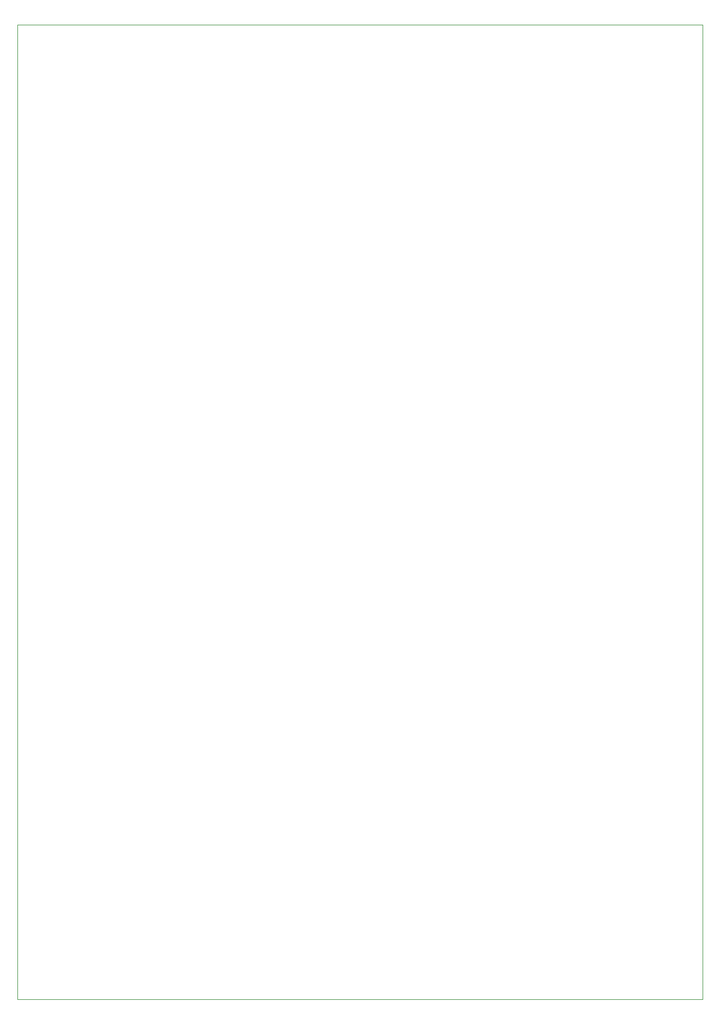
<source format=gbr>
%TF.GenerationSoftware,KiCad,Pcbnew,(6.0.5)*%
%TF.CreationDate,2022-06-11T16:02:27+01:00*%
%TF.ProjectId,heating-controller-esp32,68656174-696e-4672-9d63-6f6e74726f6c,rev?*%
%TF.SameCoordinates,Original*%
%TF.FileFunction,Profile,NP*%
%FSLAX46Y46*%
G04 Gerber Fmt 4.6, Leading zero omitted, Abs format (unit mm)*
G04 Created by KiCad (PCBNEW (6.0.5)) date 2022-06-11 16:02:27*
%MOMM*%
%LPD*%
G01*
G04 APERTURE LIST*
%TA.AperFunction,Profile*%
%ADD10C,0.100000*%
%TD*%
G04 APERTURE END LIST*
D10*
X9906000Y-28194000D02*
X113157000Y-28194000D01*
X113157000Y-28194000D02*
X113157000Y-175006000D01*
X113157000Y-175006000D02*
X9906000Y-175006000D01*
X9906000Y-175006000D02*
X9906000Y-28194000D01*
M02*

</source>
